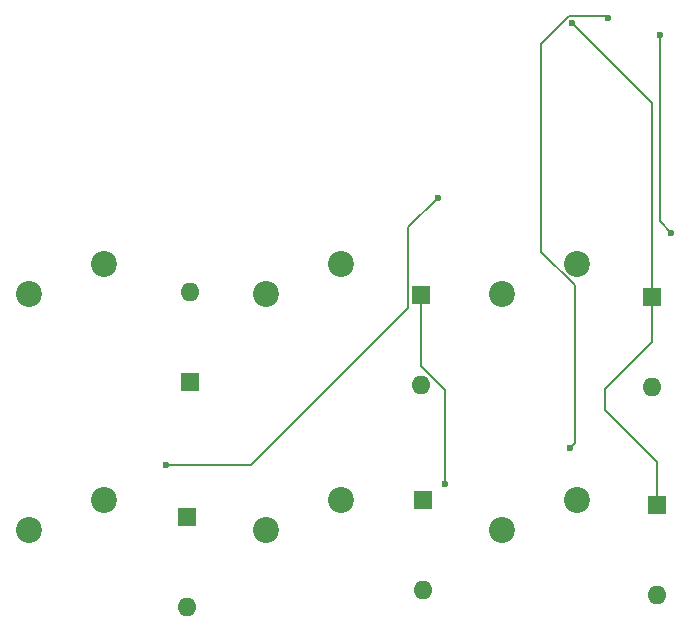
<source format=gbr>
%TF.GenerationSoftware,KiCad,Pcbnew,9.0.1*%
%TF.CreationDate,2025-07-05T23:22:52+10:00*%
%TF.ProjectId,macropad,6d616372-6f70-4616-942e-6b696361645f,rev?*%
%TF.SameCoordinates,Original*%
%TF.FileFunction,Copper,L2,Bot*%
%TF.FilePolarity,Positive*%
%FSLAX46Y46*%
G04 Gerber Fmt 4.6, Leading zero omitted, Abs format (unit mm)*
G04 Created by KiCad (PCBNEW 9.0.1) date 2025-07-05 23:22:52*
%MOMM*%
%LPD*%
G01*
G04 APERTURE LIST*
%TA.AperFunction,ComponentPad*%
%ADD10O,1.600000X1.600000*%
%TD*%
%TA.AperFunction,ComponentPad*%
%ADD11R,1.600000X1.600000*%
%TD*%
%TA.AperFunction,ComponentPad*%
%ADD12C,2.200000*%
%TD*%
%TA.AperFunction,ViaPad*%
%ADD13C,0.600000*%
%TD*%
%TA.AperFunction,Conductor*%
%ADD14C,0.200000*%
%TD*%
G04 APERTURE END LIST*
D10*
%TO.P,D1,2,A*%
%TO.N,Net-(D1-A)*%
X57200000Y-52390000D03*
D11*
%TO.P,D1,1,K*%
%TO.N,ROW 1*%
X57200000Y-60010000D03*
%TD*%
D12*
%TO.P,SW1,2,2*%
%TO.N,Net-(D1-A)*%
X43650000Y-52540000D03*
%TO.P,SW1,1,1*%
%TO.N,COL 1*%
X50000000Y-50000000D03*
%TD*%
%TO.P,SW6,1,1*%
%TO.N,ROW 1*%
X90000000Y-70000000D03*
%TO.P,SW6,2,2*%
%TO.N,Net-(D6-A)*%
X83650000Y-72540000D03*
%TD*%
%TO.P,SW5,1,1*%
%TO.N,COL 1*%
X90000000Y-50000000D03*
%TO.P,SW5,2,2*%
%TO.N,Net-(D5-A)*%
X83650000Y-52540000D03*
%TD*%
%TO.P,SW4,1,1*%
%TO.N,ROW 1*%
X70000000Y-70000000D03*
%TO.P,SW4,2,2*%
%TO.N,Net-(D4-A)*%
X63650000Y-72540000D03*
%TD*%
%TO.P,SW3,1,1*%
%TO.N,COL 1*%
X70000000Y-50000000D03*
%TO.P,SW3,2,2*%
%TO.N,Net-(D3-A)*%
X63650000Y-52540000D03*
%TD*%
%TO.P,SW2,1,1*%
%TO.N,COL 2*%
X50000000Y-70000000D03*
%TO.P,SW2,2,2*%
%TO.N,Net-(D2-A)*%
X43650000Y-72540000D03*
%TD*%
D11*
%TO.P,D6,1,K*%
%TO.N,ROW 3*%
X96800000Y-70390000D03*
D10*
%TO.P,D6,2,A*%
%TO.N,Net-(D6-A)*%
X96800000Y-78010000D03*
%TD*%
D11*
%TO.P,D5,1,K*%
%TO.N,ROW 3*%
X96400000Y-52790000D03*
D10*
%TO.P,D5,2,A*%
%TO.N,Net-(D5-A)*%
X96400000Y-60410000D03*
%TD*%
D11*
%TO.P,D4,1,K*%
%TO.N,ROW 2*%
X77000000Y-69990000D03*
D10*
%TO.P,D4,2,A*%
%TO.N,Net-(D4-A)*%
X77000000Y-77610000D03*
%TD*%
D11*
%TO.P,D3,1,K*%
%TO.N,ROW 2*%
X76800000Y-52600000D03*
D10*
%TO.P,D3,2,A*%
%TO.N,Net-(D3-A)*%
X76800000Y-60220000D03*
%TD*%
D11*
%TO.P,D2,1,K*%
%TO.N,ROW 1*%
X57000000Y-71390000D03*
D10*
%TO.P,D2,2,A*%
%TO.N,Net-(D2-A)*%
X57000000Y-79010000D03*
%TD*%
D13*
%TO.N,COL 1*%
X97000000Y-30600000D03*
%TO.N,ROW 1*%
X92600000Y-29200000D03*
%TO.N,COL 2*%
X78200000Y-44400000D03*
%TO.N,ROW 3*%
X89600000Y-29600000D03*
%TO.N,COL 1*%
X98000000Y-47400000D03*
%TO.N,ROW 1*%
X89400000Y-65600000D03*
%TO.N,COL 2*%
X55200000Y-67000000D03*
%TO.N,ROW 2*%
X78800000Y-68600000D03*
%TD*%
D14*
%TO.N,COL 1*%
X97000000Y-46400000D02*
X98000000Y-47400000D01*
X97000000Y-30600000D02*
X97000000Y-46400000D01*
%TO.N,ROW 1*%
X86999000Y-31351057D02*
X86999000Y-48980314D01*
X92600000Y-29200000D02*
X92399000Y-28999000D01*
X92399000Y-28999000D02*
X89351057Y-28999000D01*
X89351057Y-28999000D02*
X86999000Y-31351057D01*
%TO.N,COL 2*%
X78200000Y-44400000D02*
X75699000Y-46901000D01*
%TO.N,ROW 3*%
X89600000Y-29600000D02*
X96400000Y-36400000D01*
X96400000Y-36400000D02*
X96400000Y-52790000D01*
X92400000Y-62400000D02*
X96800000Y-66800000D01*
X92400000Y-60600000D02*
X92400000Y-62400000D01*
X96400000Y-56600000D02*
X92400000Y-60600000D01*
X96400000Y-56600000D02*
X96400000Y-52790000D01*
%TO.N,ROW 1*%
X89400000Y-65600000D02*
X89811000Y-65189000D01*
X89811000Y-65189000D02*
X89811000Y-51792314D01*
X89811000Y-51792314D02*
X86999000Y-48980314D01*
%TO.N,COL 2*%
X75699000Y-53701000D02*
X75699000Y-46901000D01*
X62400000Y-67000000D02*
X75699000Y-53701000D01*
X55200000Y-67000000D02*
X62400000Y-67000000D01*
%TO.N,ROW 2*%
X78800000Y-60662950D02*
X76800000Y-58662950D01*
X76800000Y-58662950D02*
X76800000Y-52600000D01*
X78800000Y-68600000D02*
X78800000Y-60662950D01*
%TO.N,ROW 3*%
X96800000Y-70390000D02*
X96800000Y-66800000D01*
%TD*%
M02*

</source>
